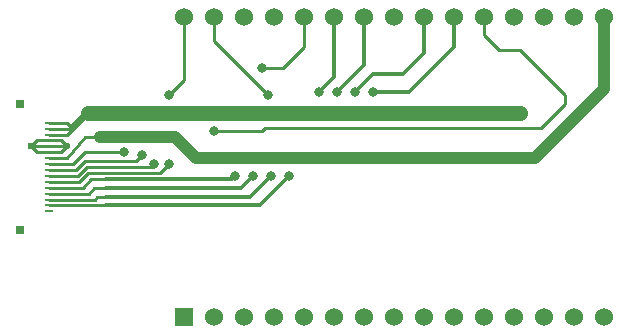
<source format=gbr>
G04 #@! TF.GenerationSoftware,KiCad,Pcbnew,(5.1.6)-1*
G04 #@! TF.CreationDate,2020-09-24T21:49:11+02:00*
G04 #@! TF.ProjectId,Brewnode_MCU_Adapter,42726577-6e6f-4646-955f-4d43555f4164,rev?*
G04 #@! TF.SameCoordinates,Original*
G04 #@! TF.FileFunction,Copper,L1,Top*
G04 #@! TF.FilePolarity,Positive*
%FSLAX46Y46*%
G04 Gerber Fmt 4.6, Leading zero omitted, Abs format (unit mm)*
G04 Created by KiCad (PCBNEW (5.1.6)-1) date 2020-09-24 21:49:11*
%MOMM*%
%LPD*%
G01*
G04 APERTURE LIST*
G04 #@! TA.AperFunction,ComponentPad*
%ADD10C,1.524000*%
G04 #@! TD*
G04 #@! TA.AperFunction,ComponentPad*
%ADD11R,1.524000X1.524000*%
G04 #@! TD*
G04 #@! TA.AperFunction,SMDPad,CuDef*
%ADD12R,0.800000X0.800000*%
G04 #@! TD*
G04 #@! TA.AperFunction,SMDPad,CuDef*
%ADD13R,0.800000X0.250000*%
G04 #@! TD*
G04 #@! TA.AperFunction,ViaPad*
%ADD14C,0.800000*%
G04 #@! TD*
G04 #@! TA.AperFunction,ViaPad*
%ADD15C,0.600000*%
G04 #@! TD*
G04 #@! TA.AperFunction,Conductor*
%ADD16C,0.254000*%
G04 #@! TD*
G04 #@! TA.AperFunction,Conductor*
%ADD17C,0.304800*%
G04 #@! TD*
G04 #@! TA.AperFunction,Conductor*
%ADD18C,1.016000*%
G04 #@! TD*
G04 #@! TA.AperFunction,Conductor*
%ADD19C,1.270000*%
G04 #@! TD*
G04 #@! TA.AperFunction,Conductor*
%ADD20C,0.609600*%
G04 #@! TD*
G04 APERTURE END LIST*
D10*
X131318000Y-85090000D03*
X133858000Y-85090000D03*
X136398000Y-85090000D03*
X138938000Y-85090000D03*
X141478000Y-85090000D03*
X144018000Y-85090000D03*
X146558000Y-85090000D03*
X149098000Y-85090000D03*
X151638000Y-85090000D03*
X154178000Y-85090000D03*
X156718000Y-85090000D03*
X159258000Y-85090000D03*
X161798000Y-85090000D03*
X164338000Y-85090000D03*
X166878000Y-85090000D03*
X166878000Y-110490000D03*
X164338000Y-110490000D03*
X161798000Y-110490000D03*
X159258000Y-110490000D03*
X156718000Y-110490000D03*
X154178000Y-110490000D03*
X151638000Y-110490000D03*
X149098000Y-110490000D03*
X146558000Y-110490000D03*
X144018000Y-110490000D03*
X141478000Y-110490000D03*
X138938000Y-110490000D03*
X136398000Y-110490000D03*
X133858000Y-110490000D03*
D11*
X131318000Y-110490000D03*
D12*
X117388000Y-103140000D03*
X117388000Y-92440000D03*
D13*
X119888000Y-101540000D03*
X119888000Y-101040000D03*
X119888000Y-100540000D03*
X119888000Y-100040000D03*
X119888000Y-99540000D03*
X119888000Y-99040000D03*
X119888000Y-98540000D03*
X119888000Y-98040000D03*
X119888000Y-97540000D03*
X119888000Y-97040000D03*
X119888000Y-96540000D03*
X119888000Y-96040000D03*
X119888000Y-95540000D03*
X119888000Y-95040000D03*
X119888000Y-94540000D03*
X119888000Y-94040000D03*
D14*
X140208000Y-98552000D03*
X147320000Y-91440000D03*
X138684000Y-98552000D03*
X145796000Y-91440000D03*
X137160000Y-98552000D03*
X144272000Y-91440000D03*
X135636000Y-98552000D03*
X142748000Y-91440000D03*
X130048000Y-97536000D03*
X138430000Y-91694000D03*
X128778000Y-97536000D03*
X137922000Y-89408000D03*
X127762000Y-96774000D03*
X133858000Y-94742000D03*
X126238000Y-96520000D03*
X130048000Y-91694000D03*
D15*
X118364000Y-96040000D03*
X121412000Y-96040000D03*
D14*
X159766000Y-93218000D03*
D16*
X119888000Y-101040000D02*
X124714000Y-101040000D01*
D17*
X124714000Y-101040000D02*
X137414000Y-101040000D01*
X137414000Y-101040000D02*
X137720000Y-101040000D01*
X137720000Y-101040000D02*
X140208000Y-98552000D01*
X147320000Y-91440000D02*
X150368000Y-91440000D01*
X154178000Y-87630000D02*
X154178000Y-85090000D01*
X150368000Y-91440000D02*
X154178000Y-87630000D01*
D16*
X119888000Y-100540000D02*
X123698000Y-100540000D01*
X123698000Y-100540000D02*
X123742000Y-100540000D01*
X123742000Y-100540000D02*
X123952000Y-100330000D01*
X123952000Y-100330000D02*
X124714000Y-100330000D01*
D17*
X124714000Y-100330000D02*
X127254000Y-100330000D01*
X127254000Y-100330000D02*
X136906000Y-100330000D01*
X136906000Y-100330000D02*
X138684000Y-98552000D01*
X145796000Y-91440000D02*
X147320000Y-89916000D01*
X147320000Y-89916000D02*
X149860000Y-89916000D01*
X151638000Y-88138000D02*
X151638000Y-85090000D01*
X149860000Y-89916000D02*
X151638000Y-88138000D01*
D16*
X119888000Y-100040000D02*
X123226000Y-100040000D01*
X123226000Y-100040000D02*
X123698000Y-99568000D01*
X123698000Y-99568000D02*
X124714000Y-99568000D01*
D17*
X124714000Y-99568000D02*
X136144000Y-99568000D01*
X136144000Y-99568000D02*
X137160000Y-98552000D01*
X146558000Y-89154000D02*
X146558000Y-85090000D01*
X144272000Y-91440000D02*
X146558000Y-89154000D01*
D16*
X119888000Y-99540000D02*
X122710000Y-99540000D01*
X122710000Y-99540000D02*
X123444000Y-98806000D01*
X123444000Y-98806000D02*
X124714000Y-98806000D01*
D17*
X124714000Y-98806000D02*
X135382000Y-98806000D01*
X135382000Y-98806000D02*
X135636000Y-98552000D01*
X144018000Y-90170000D02*
X144018000Y-85090000D01*
X142748000Y-91440000D02*
X144018000Y-90170000D01*
D16*
X119888000Y-99040000D02*
X122448000Y-99040000D01*
X122448000Y-99040000D02*
X123190000Y-98298000D01*
X123190000Y-98298000D02*
X125476000Y-98298000D01*
X125476000Y-98298000D02*
X129032000Y-98298000D01*
X129032000Y-98298000D02*
X129286000Y-98298000D01*
X129286000Y-98298000D02*
X130048000Y-97536000D01*
X133858000Y-87122000D02*
X133858000Y-85090000D01*
X138430000Y-91694000D02*
X133858000Y-87122000D01*
X122305934Y-98540000D02*
X123055934Y-97790000D01*
X119888000Y-98540000D02*
X122305934Y-98540000D01*
X123055934Y-97790000D02*
X128524000Y-97790000D01*
X128524000Y-97790000D02*
X128778000Y-97536000D01*
X137922000Y-89408000D02*
X139700000Y-89408000D01*
X141478000Y-87630000D02*
X141478000Y-85090000D01*
X139700000Y-89408000D02*
X141478000Y-87630000D01*
X122163868Y-98040000D02*
X122921868Y-97282000D01*
X119888000Y-98040000D02*
X122163868Y-98040000D01*
X122921868Y-97282000D02*
X127254000Y-97282000D01*
X127254000Y-97282000D02*
X127762000Y-96774000D01*
X156718000Y-86614000D02*
X156718000Y-85090000D01*
X157988000Y-87884000D02*
X156718000Y-86614000D01*
X161544000Y-94488000D02*
X163576000Y-92456000D01*
X138176000Y-94488000D02*
X161544000Y-94488000D01*
X163576000Y-91694000D02*
X159766000Y-87884000D01*
X163576000Y-92456000D02*
X163576000Y-91694000D01*
X159766000Y-87884000D02*
X157988000Y-87884000D01*
X137922000Y-94742000D02*
X138176000Y-94488000D01*
X133858000Y-94742000D02*
X137922000Y-94742000D01*
X119888000Y-97540000D02*
X121916000Y-97540000D01*
X121916000Y-97540000D02*
X122682000Y-96774000D01*
X122682000Y-96774000D02*
X122936000Y-96520000D01*
X122936000Y-96520000D02*
X126238000Y-96520000D01*
X131318000Y-90424000D02*
X131318000Y-85090000D01*
X130048000Y-91694000D02*
X131318000Y-90424000D01*
D18*
X166878000Y-91186000D02*
X166878000Y-85090000D01*
X132588000Y-97040000D02*
X161024000Y-97040000D01*
X161024000Y-97040000D02*
X166878000Y-91186000D01*
X132588000Y-97040000D02*
X132346000Y-97040000D01*
X132346000Y-97040000D02*
X130556000Y-95250000D01*
X130556000Y-95250000D02*
X124206000Y-95250000D01*
D16*
X122936000Y-95250000D02*
X124206000Y-95250000D01*
X119888000Y-97040000D02*
X121412000Y-97028000D01*
X121412000Y-97028000D02*
X122936000Y-95250000D01*
X118864000Y-95540000D02*
X118364000Y-96040000D01*
X119888000Y-95540000D02*
X118864000Y-95540000D01*
X119888000Y-96040000D02*
X118364000Y-96040000D01*
X119888000Y-96040000D02*
X121412000Y-96040000D01*
X120912000Y-95540000D02*
X121412000Y-96040000D01*
X119888000Y-95540000D02*
X120912000Y-95540000D01*
X120912000Y-96540000D02*
X121412000Y-96040000D01*
X119888000Y-96540000D02*
X120912000Y-96540000D01*
X118864000Y-96540000D02*
X118364000Y-96040000D01*
X119888000Y-96540000D02*
X118864000Y-96540000D01*
X121420000Y-94040000D02*
X121920000Y-94540000D01*
X119888000Y-94040000D02*
X121420000Y-94040000D01*
X121420000Y-95040000D02*
X121920000Y-94540000D01*
X119888000Y-95040000D02*
X121420000Y-95040000D01*
D19*
X159766000Y-93218000D02*
X123190000Y-93218000D01*
D20*
X123040000Y-93218000D02*
X121718000Y-94540000D01*
D16*
X119888000Y-94540000D02*
X121718000Y-94540000D01*
D20*
X123190000Y-93218000D02*
X123040000Y-93218000D01*
D16*
X121718000Y-94540000D02*
X121920000Y-94540000D01*
M02*

</source>
